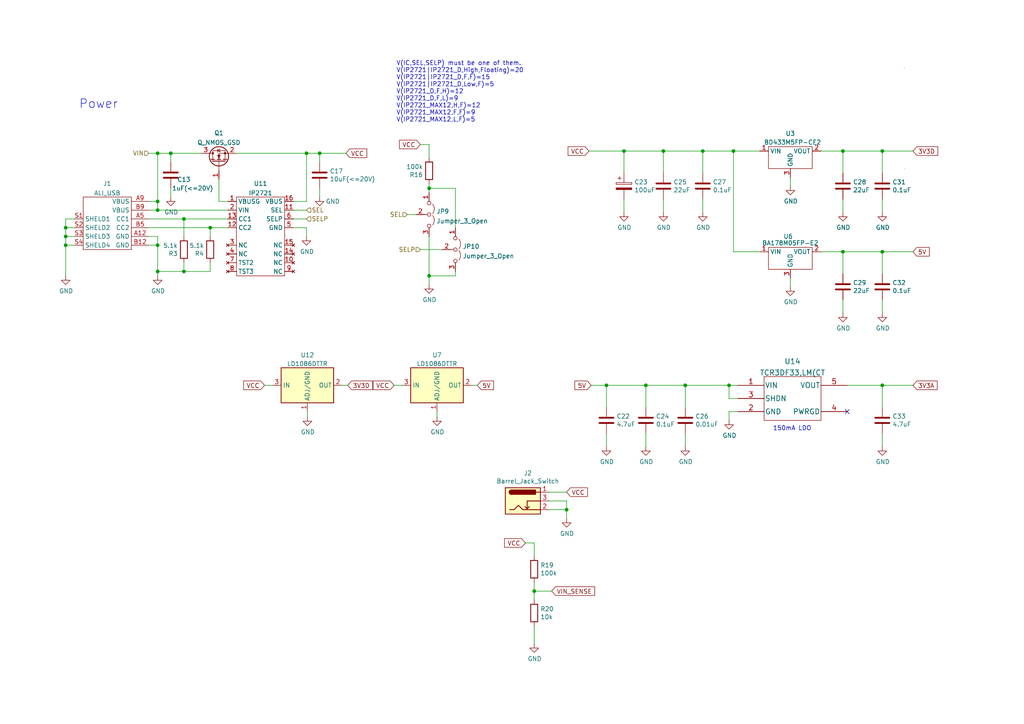
<source format=kicad_sch>
(kicad_sch (version 20211123) (generator eeschema)
  (paper "A4")
  (lib_symbols
    (symbol "Connector:Barrel_Jack_Switch" (pin_names hide)
      (property "Reference" "J" (at 0 5.334 0))
      (property "Value" "Barrel_Jack_Switch" (at 0 -5.08 0))
      (symbol "Barrel_Jack_Switch_0_1"
        (rectangle (start -5.08 3.81) (end 5.08 -3.81) (stroke (width 0.254)) (fill (type background)))
        (arc (start -3.302 3.175) (mid -3.937 2.54) (end -3.302 1.905) (stroke (width 0.254)))
        (arc (start -3.302 3.175) (mid -3.937 2.54) (end -3.302 1.905) (stroke (width 0.254)) (fill (type outline)))
        (polyline (pts (xy 1.27 -2.286) (xy 1.905 -1.651)) (stroke (width 0.254)))
        (polyline (pts (xy 5.08 2.54) (xy 3.81 2.54)) (stroke (width 0.254)))
        (polyline (pts (xy 5.08 0) (xy 1.27 0) (xy 1.27 -2.286) (xy 0.635 -1.651)) (stroke (width 0.254)))
        (polyline (pts (xy -3.81 -2.54) (xy -2.54 -2.54) (xy -1.27 -1.27) (xy 0 -2.54) (xy 2.54 -2.54) (xy 5.08 -2.54)) (stroke (width 0.254)))
        (rectangle (start 3.683 3.175) (end -3.302 1.905) (stroke (width 0.254)) (fill (type outline)))
      )
      (symbol "Barrel_Jack_Switch_1_1"
        (pin passive line (at 7.62 2.54 180) (length 2.54) (name "~") (number "1"))
        (pin passive line (at 7.62 -2.54 180) (length 2.54) (name "~") (number "2"))
        (pin passive line (at 7.62 0 180) (length 2.54) (name "~") (number "3"))
      )
    )
    (symbol "Device:C" (pin_numbers hide) (pin_names (offset 0.254))
      (property "Reference" "C" (at 0.635 2.54 0))
      (property "Value" "C" (at 0.635 -2.54 0))
      (symbol "C_0_1"
        (polyline (pts (xy -2.032 -0.762) (xy 2.032 -0.762)) (stroke (width 0.508)))
        (polyline (pts (xy -2.032 0.762) (xy 2.032 0.762)) (stroke (width 0.508)))
      )
      (symbol "C_1_1"
        (pin passive line (at 0 3.81 270) (length 2.794) (name "~") (number "1"))
        (pin passive line (at 0 -3.81 90) (length 2.794) (name "~") (number "2"))
      )
    )
    (symbol "Device:CP" (pin_numbers hide) (pin_names (offset 0.254))
      (property "Reference" "C" (at 0.635 2.54 0))
      (property "Value" "Device_CP" (at 0.635 -2.54 0))
      (symbol "CP_0_1"
        (rectangle (start -2.286 0.508) (end 2.286 1.016))
        (polyline (pts (xy -1.778 2.286) (xy -0.762 2.286)))
        (polyline (pts (xy -1.27 2.794) (xy -1.27 1.778)))
        (rectangle (start 2.286 -0.508) (end -2.286 -1.016) (fill (type outline)))
      )
      (symbol "CP_1_1"
        (pin passive line (at 0 3.81 270) (length 2.794) (name "~") (number "1"))
        (pin passive line (at 0 -3.81 90) (length 2.794) (name "~") (number "2"))
      )
    )
    (symbol "Device:Q_NMOS_GSD" (pin_names (offset 0) hide)
      (property "Reference" "Q" (at 5.08 1.27 0))
      (property "Value" "Q_NMOS_GSD" (at 5.08 -1.27 0))
      (symbol "Q_NMOS_GSD_0_1"
        (polyline (pts (xy 0.254 0) (xy -2.54 0)))
        (polyline (pts (xy 0.254 1.905) (xy 0.254 -1.905)) (stroke (width 0.254)))
        (polyline (pts (xy 0.762 -1.27) (xy 0.762 -2.286)) (stroke (width 0.254)))
        (polyline (pts (xy 0.762 0.508) (xy 0.762 -0.508)) (stroke (width 0.254)))
        (polyline (pts (xy 0.762 2.286) (xy 0.762 1.27)) (stroke (width 0.254)))
        (polyline (pts (xy 2.54 2.54) (xy 2.54 1.778)))
        (polyline (pts (xy 2.54 -2.54) (xy 2.54 0) (xy 0.762 0)))
        (polyline (pts (xy 0.762 -1.778) (xy 3.302 -1.778) (xy 3.302 1.778) (xy 0.762 1.778)))
        (polyline (pts (xy 1.016 0) (xy 2.032 0.381) (xy 2.032 -0.381) (xy 1.016 0)) (fill (type outline)))
        (polyline (pts (xy 2.794 0.508) (xy 2.921 0.381) (xy 3.683 0.381) (xy 3.81 0.254)))
        (polyline (pts (xy 3.302 0.381) (xy 2.921 -0.254) (xy 3.683 -0.254) (xy 3.302 0.381)))
        (circle (center 1.651 0) (radius 2.794) (stroke (width 0.254)))
        (circle (center 2.54 -1.778) (radius 0.254) (fill (type outline)))
        (circle (center 2.54 1.778) (radius 0.254) (fill (type outline)))
      )
      (symbol "Q_NMOS_GSD_1_1"
        (pin input line (at -5.08 0 0) (length 2.54) (name "G") (number "1"))
        (pin passive line (at 2.54 -5.08 90) (length 2.54) (name "S") (number "2"))
        (pin passive line (at 2.54 5.08 270) (length 2.54) (name "D") (number "3"))
      )
    )
    (symbol "Device:R" (pin_numbers hide) (pin_names (offset 0))
      (property "Reference" "R" (at 2.032 0 90))
      (property "Value" "R" (at 0 0 90))
      (symbol "R_0_1"
        (rectangle (start -1.016 -2.54) (end 1.016 2.54) (stroke (width 0.254)))
      )
      (symbol "R_1_1"
        (pin passive line (at 0 3.81 270) (length 1.27) (name "~") (number "1"))
        (pin passive line (at 0 -3.81 90) (length 1.27) (name "~") (number "2"))
      )
    )
    (symbol "Jumper:Jumper_3_Open" (pin_names (offset 0) hide)
      (property "Reference" "JP" (at -2.54 -2.54 0))
      (property "Value" "Jumper_3_Open" (at 0 2.794 0))
      (symbol "Jumper_3_Open_0_0"
        (circle (center -3.302 0) (radius 0.508))
        (circle (center 0 0) (radius 0.508))
        (circle (center 3.302 0) (radius 0.508))
      )
      (symbol "Jumper_3_Open_0_1"
        (arc (start -0.254 1.016) (mid -1.651 1.4992) (end -3.048 1.016))
        (polyline (pts (xy 0 -0.508) (xy 0 -1.27)))
        (arc (start 3.048 1.016) (mid 1.651 1.4992) (end 0.254 1.016))
      )
      (symbol "Jumper_3_Open_1_1"
        (pin passive line (at -6.35 0 0) (length 2.54) (name "A") (number "1"))
        (pin input line (at 0 -3.81 90) (length 2.54) (name "C") (number "2"))
        (pin passive line (at 6.35 0 180) (length 2.54) (name "B") (number "3"))
      )
    )
    (symbol "Ninja-qPCR:ALI_USB"
      (property "Reference" "J" (at -7.62 2.54 0))
      (property "Value" "ALI_USB" (at -6.35 -15.24 0))
      (symbol "ALI_USB_0_1"
        (rectangle (start 0 1.27) (end -13.97 -13.97) (stroke (width 0.1524)))
      )
      (symbol "ALI_USB_1_1"
        (pin input line (at 5.08 -10.16 180) (length 5.08) (name "GND") (number "A12"))
        (pin input line (at 5.08 -5.08 180) (length 5.08) (name "CC1") (number "A5"))
        (pin input line (at 5.08 0 180) (length 5.08) (name "VBUS") (number "A9"))
        (pin input line (at 5.08 -12.7 180) (length 5.08) (name "GND") (number "B12"))
        (pin input line (at 5.08 -7.62 180) (length 5.08) (name "CC2") (number "B5"))
        (pin input line (at 5.08 -2.54 180) (length 5.08) (name "VBUS") (number "B9"))
        (pin input line (at -16.51 -5.08 0) (length 2.54) (name "SHELD1") (number "S1"))
        (pin input line (at -16.51 -7.62 0) (length 2.54) (name "SHELD2") (number "S2"))
        (pin input line (at -16.51 -10.16 0) (length 2.54) (name "SHELD3") (number "S3"))
        (pin input line (at -16.51 -12.7 0) (length 2.54) (name "SHELD4") (number "S4"))
      )
    )
    (symbol "Ninja-qPCR:IP2721"
      (property "Reference" "U" (at 0 2.54 0))
      (property "Value" "IP2721" (at 0 -22.86 0))
      (symbol "IP2721_0_1"
        (rectangle (start -7.62 1.27) (end 6.35 -21.59) (stroke (width 0.1524)))
      )
      (symbol "IP2721_1_1"
        (pin output line (at -10.16 0 0) (length 2.54) (name "VBUSG") (number "1"))
        (pin no_connect line (at 8.89 -17.78 180) (length 2.54) (name "NC") (number "10"))
        (pin input line (at 8.89 -2.54 180) (length 2.54) (name "SEL") (number "11"))
        (pin input line (at -10.16 -7.62 0) (length 2.54) (name "CC2") (number "12"))
        (pin input line (at -10.16 -5.08 0) (length 2.54) (name "CC1") (number "13"))
        (pin no_connect line (at 8.89 -15.24 180) (length 2.54) (name "NC") (number "14"))
        (pin no_connect line (at 8.89 -12.7 180) (length 2.54) (name "NC") (number "15"))
        (pin input line (at 8.89 0 180) (length 2.54) (name "VBUS") (number "16"))
        (pin power_in line (at -10.16 -2.54 0) (length 2.54) (name "VIN") (number "2"))
        (pin no_connect line (at -10.16 -12.7 0) (length 2.54) (name "NC") (number "3"))
        (pin no_connect line (at -10.16 -15.24 0) (length 2.54) (name "NC") (number "4"))
        (pin power_out line (at 8.89 -7.62 180) (length 2.54) (name "GND") (number "5"))
        (pin input line (at 8.89 -5.08 180) (length 2.54) (name "SELP") (number "6"))
        (pin no_connect line (at -10.16 -17.78 0) (length 2.54) (name "TST2") (number "7"))
        (pin no_connect line (at -10.16 -20.32 0) (length 2.54) (name "TST3") (number "8"))
        (pin no_connect line (at 8.89 -20.32 180) (length 2.54) (name "NC") (number "9"))
      )
    )
    (symbol "Ninja-qPCR:MCP1755T-3302E_OT" (pin_names (offset 0.254))
      (property "Reference" "U" (at 16.51 8.89 0))
      (property "Value" "MCP1755T-3302E_OT" (at 16.51 6.35 0))
      (symbol "MCP1755T-3302E_OT_1_1"
        (rectangle (start 7.62 2.54) (end 24.13 -10.16))
        (pin power_in line (at 0 0 0) (length 7.62) (name "VIN") (number "1"))
        (pin power_in line (at 0 -7.62 0) (length 7.62) (name "GND") (number "2"))
        (pin input line (at 0 -3.81 0) (length 7.62) (name "SHDN") (number "3"))
        (pin output line (at 31.75 -7.62 180) (length 7.62) (name "PWRGD") (number "4"))
        (pin output line (at 31.75 0 180) (length 7.62) (name "VOUT") (number "5"))
      )
    )
    (symbol "Ninja-qPCR:REG_TO252-3"
      (property "Reference" "U" (at 0 1.27 0))
      (property "Value" "REG_TO252-3" (at 7.62 -7.62 0))
      (symbol "REG_TO252-3_0_1"
        (rectangle (start -6.35 0) (end 6.35 -6.35) (stroke (width 0.1524)))
        (rectangle (start 33.02 22.86) (end 33.02 22.86) (stroke (width 0.1524)))
      )
      (symbol "REG_TO252-3_1_1"
        (pin input line (at -8.89 -1.27 0) (length 2.54) (name "VIN") (number "1"))
        (pin input line (at 8.89 -1.27 180) (length 2.54) (name "VOUT") (number "2"))
        (pin input line (at 0 -8.89 90) (length 2.54) (name "GND") (number "3"))
      )
    )
    (symbol "Regulator_Linear:LD1086DTTR"
      (property "Reference" "U" (at 0 10.16 0))
      (property "Value" "LD1086DTTR" (at 0 7.62 0))
      (symbol "LD1086DTTR_1_1"
        (rectangle (start -7.62 -5.08) (end 7.62 5.08) (stroke (width 0.254)) (fill (type background)))
        (pin input line (at 0 -7.62 90) (length 2.54) (name "ADJ/GND") (number "1"))
        (pin power_out line (at 10.16 0 180) (length 2.54) (name "OUT") (number "2"))
        (pin power_in line (at -10.16 0 0) (length 2.54) (name "IN") (number "3"))
      )
    )
    (symbol "power:GND" (power) (pin_names (offset 0))
      (property "Value" "GND" (at 0 -3.81 0))
      (symbol "GND_0_1"
        (polyline (pts (xy 0 0) (xy 0 -1.27) (xy 1.27 -1.27) (xy 0 -2.54) (xy -1.27 -1.27) (xy 0 -1.27)))
      )
      (symbol "GND_1_1"
        (pin power_in line (at 0 0 270) (length 0) hide (name "GND") (number "1"))
      )
    )
  )
  (junction (at 53.34 63.5))
  (junction (at 19.05 66.04))
  (junction (at 45.72 58.42))
  (junction (at 255.905 43.815))
  (junction (at 192.405 43.815))
  (junction (at 92.71 44.45))
  (junction (at 244.475 43.815))
  (junction (at 45.72 60.96))
  (junction (at 180.975 43.815))
  (junction (at 255.905 73.025))
  (junction (at 49.53 44.45))
  (junction (at 175.895 111.76))
  (junction (at 198.755 111.76))
  (junction (at 124.46 54.61))
  (junction (at 88.9 44.45))
  (junction (at 164.338 147.828))
  (junction (at 45.72 78.74))
  (junction (at 203.835 43.815))
  (junction (at 187.325 111.76))
  (junction (at 255.905 111.76))
  (junction (at 60.96 66.04))
  (junction (at 124.46 80.01))
  (junction (at 19.05 71.12))
  (junction (at 244.475 73.025))
  (junction (at 211.455 111.76))
  (junction (at 154.94 171.45))
  (junction (at 19.05 68.58))
  (junction (at 212.725 43.815))
  (junction (at 45.72 71.12))
  (junction (at 45.72 44.45))
  (junction (at 53.34 78.74))
  (no_connect (at 245.745 119.38))
  (wire (pts (xy 66.04 58.42) (xy 63.5 58.42)))
  (wire (pts (xy 118.11 62.23) (xy 120.65 62.23)))
  (wire (pts (xy 175.895 111.76) (xy 175.895 118.11)))
  (wire (pts (xy 187.325 125.73) (xy 187.325 129.54)))
  (wire (pts (xy 132.08 54.61) (xy 132.08 66.04)))
  (wire (pts (xy 45.72 78.74) (xy 45.72 80.01)))
  (wire (pts (xy 49.53 54.61) (xy 49.53 57.15)))
  (wire (pts (xy 154.94 157.48) (xy 154.94 161.29)))
  (wire (pts (xy 45.72 68.58) (xy 45.72 71.12)))
  (wire (pts (xy 255.905 57.785) (xy 255.905 61.595)))
  (wire (pts (xy 152.4 157.48) (xy 154.94 157.48)))
  (wire (pts (xy 85.09 66.04) (xy 88.9 66.04)))
  (wire (pts (xy 88.9 66.04) (xy 88.9 68.58)))
  (wire (pts (xy 45.72 71.12) (xy 45.72 78.74)))
  (wire (pts (xy 212.725 43.815) (xy 220.345 43.815)))
  (wire (pts (xy 136.906 111.76) (xy 138.43 111.76)))
  (wire (pts (xy 245.745 111.76) (xy 255.905 111.76)))
  (wire (pts (xy 198.755 125.73) (xy 198.755 129.54)))
  (wire (pts (xy 187.325 111.76) (xy 198.755 111.76)))
  (wire (pts (xy 213.995 115.57) (xy 211.455 115.57)))
  (wire (pts (xy 68.58 44.45) (xy 88.9 44.45)))
  (wire (pts (xy 180.975 43.815) (xy 180.975 50.165)))
  (wire (pts (xy 19.05 66.04) (xy 19.05 68.58)))
  (wire (pts (xy 229.235 80.645) (xy 229.235 83.185)))
  (wire (pts (xy 124.46 68.58) (xy 124.46 80.01)))
  (wire (pts (xy 213.995 119.38) (xy 211.455 119.38)))
  (wire (pts (xy 238.125 43.815) (xy 244.475 43.815)))
  (wire (pts (xy 255.905 86.995) (xy 255.905 90.805)))
  (wire (pts (xy 45.72 60.96) (xy 66.04 60.96)))
  (wire (pts (xy 192.405 43.815) (xy 203.835 43.815)))
  (wire (pts (xy 124.46 54.61) (xy 124.46 55.88)))
  (wire (pts (xy 124.46 53.34) (xy 124.46 54.61)))
  (wire (pts (xy 85.09 60.96) (xy 88.9 60.96)))
  (wire (pts (xy 211.455 119.38) (xy 211.455 121.92)))
  (wire (pts (xy 43.18 71.12) (xy 45.72 71.12)))
  (wire (pts (xy 60.96 76.2) (xy 60.96 78.74)))
  (wire (pts (xy 114.3 111.76) (xy 116.586 111.76)))
  (wire (pts (xy 53.34 76.2) (xy 53.34 78.74)))
  (wire (pts (xy 203.835 43.815) (xy 212.725 43.815)))
  (wire (pts (xy 53.34 78.74) (xy 60.96 78.74)))
  (wire (pts (xy 255.905 125.73) (xy 255.905 129.54)))
  (wire (pts (xy 159.258 142.748) (xy 164.338 142.748)))
  (wire (pts (xy 19.05 68.58) (xy 21.59 68.58)))
  (wire (pts (xy 154.94 171.45) (xy 160.02 171.45)))
  (wire (pts (xy 244.475 57.785) (xy 244.475 61.595)))
  (wire (pts (xy 126.746 119.38) (xy 126.746 120.904)))
  (wire (pts (xy 154.94 171.45) (xy 154.94 173.99)))
  (wire (pts (xy 45.72 58.42) (xy 45.72 44.45)))
  (wire (pts (xy 85.09 63.5) (xy 88.9 63.5)))
  (wire (pts (xy 212.725 43.815) (xy 212.725 73.025)))
  (wire (pts (xy 43.18 58.42) (xy 45.72 58.42)))
  (wire (pts (xy 255.905 111.76) (xy 264.795 111.76)))
  (wire (pts (xy 164.338 145.288) (xy 164.338 147.828)))
  (wire (pts (xy 60.96 66.04) (xy 66.04 66.04)))
  (wire (pts (xy 175.895 125.73) (xy 175.895 129.54)))
  (wire (pts (xy 180.975 43.815) (xy 192.405 43.815)))
  (wire (pts (xy 132.08 78.74) (xy 132.08 80.01)))
  (wire (pts (xy 213.995 111.76) (xy 211.455 111.76)))
  (wire (pts (xy 255.905 73.025) (xy 264.795 73.025)))
  (wire (pts (xy 43.18 60.96) (xy 45.72 60.96)))
  (wire (pts (xy 255.905 73.025) (xy 244.475 73.025)))
  (wire (pts (xy 211.455 111.76) (xy 211.455 115.57)))
  (wire (pts (xy 49.53 44.45) (xy 49.53 46.99)))
  (wire (pts (xy 124.46 41.91) (xy 124.46 45.72)))
  (wire (pts (xy 45.72 78.74) (xy 53.34 78.74)))
  (wire (pts (xy 255.905 43.815) (xy 255.905 50.165)))
  (wire (pts (xy 53.34 63.5) (xy 53.34 68.58)))
  (wire (pts (xy 244.475 43.815) (xy 244.475 50.165)))
  (wire (pts (xy 255.905 111.76) (xy 255.905 118.11)))
  (wire (pts (xy 244.475 73.025) (xy 244.475 79.375)))
  (wire (pts (xy 19.05 63.5) (xy 19.05 66.04)))
  (wire (pts (xy 187.325 111.76) (xy 187.325 118.11)))
  (wire (pts (xy 76.708 111.76) (xy 78.994 111.76)))
  (wire (pts (xy 60.96 66.04) (xy 60.96 68.58)))
  (wire (pts (xy 255.905 73.025) (xy 255.905 79.375)))
  (wire (pts (xy 121.92 72.39) (xy 128.27 72.39)))
  (wire (pts (xy 255.905 43.815) (xy 244.475 43.815)))
  (wire (pts (xy 238.125 73.025) (xy 244.475 73.025)))
  (wire (pts (xy 88.9 44.45) (xy 92.71 44.45)))
  (wire (pts (xy 43.18 68.58) (xy 45.72 68.58)))
  (wire (pts (xy 92.71 54.61) (xy 92.71 57.15)))
  (wire (pts (xy 198.755 111.76) (xy 211.455 111.76)))
  (wire (pts (xy 198.755 111.76) (xy 198.755 118.11)))
  (wire (pts (xy 255.905 43.815) (xy 264.795 43.815)))
  (wire (pts (xy 88.9 44.45) (xy 88.9 58.42)))
  (wire (pts (xy 192.405 43.815) (xy 192.405 50.165)))
  (wire (pts (xy 89.154 119.38) (xy 89.154 120.904)))
  (wire (pts (xy 53.34 63.5) (xy 66.04 63.5)))
  (wire (pts (xy 171.45 111.76) (xy 175.895 111.76)))
  (wire (pts (xy 43.18 63.5) (xy 53.34 63.5)))
  (wire (pts (xy 175.895 111.76) (xy 187.325 111.76)))
  (wire (pts (xy 124.46 80.01) (xy 124.46 82.55)))
  (wire (pts (xy 121.92 41.91) (xy 124.46 41.91)))
  (wire (pts (xy 45.72 60.96) (xy 45.72 58.42)))
  (wire (pts (xy 203.835 57.785) (xy 203.835 61.595)))
  (wire (pts (xy 99.314 111.76) (xy 100.838 111.76)))
  (wire (pts (xy 229.235 51.435) (xy 229.235 53.975)))
  (wire (pts (xy 43.18 66.04) (xy 60.96 66.04)))
  (wire (pts (xy 49.53 44.45) (xy 58.42 44.45)))
  (wire (pts (xy 19.05 71.12) (xy 21.59 71.12)))
  (wire (pts (xy 43.18 44.45) (xy 45.72 44.45)))
  (wire (pts (xy 203.835 43.815) (xy 203.835 50.165)))
  (wire (pts (xy 159.258 147.828) (xy 164.338 147.828)))
  (wire (pts (xy 180.975 57.785) (xy 180.975 61.595)))
  (wire (pts (xy 124.46 54.61) (xy 132.08 54.61)))
  (wire (pts (xy 21.59 63.5) (xy 19.05 63.5)))
  (wire (pts (xy 19.05 68.58) (xy 19.05 71.12)))
  (wire (pts (xy 170.815 43.815) (xy 180.975 43.815)))
  (wire (pts (xy 19.05 71.12) (xy 19.05 80.01)))
  (wire (pts (xy 192.405 57.785) (xy 192.405 61.595)))
  (wire (pts (xy 19.05 66.04) (xy 21.59 66.04)))
  (wire (pts (xy 154.94 168.91) (xy 154.94 171.45)))
  (wire (pts (xy 92.71 44.45) (xy 100.33 44.45)))
  (wire (pts (xy 45.72 44.45) (xy 49.53 44.45)))
  (wire (pts (xy 212.725 73.025) (xy 220.345 73.025)))
  (wire (pts (xy 164.338 150.368) (xy 164.338 147.828)))
  (wire (pts (xy 159.258 145.288) (xy 164.338 145.288)))
  (wire (pts (xy 154.94 181.61) (xy 154.94 186.69)))
  (wire (pts (xy 63.5 58.42) (xy 63.5 52.07)))
  (wire (pts (xy 85.09 58.42) (xy 88.9 58.42)))
  (wire (pts (xy 132.08 80.01) (xy 124.46 80.01)))
  (wire (pts (xy 92.71 44.45) (xy 92.71 46.99)))
  (wire (pts (xy 244.475 86.995) (xy 244.475 90.805)))
  (text "V(IC,SEL,SELP) must be one of them.\nV(IP2721|IP2721_D,High,Floating)=20\nV(IP2721|IP2721_D,F,F)=15\nV(IP2721|IP2721_D,Low,F)=5\nV(IP2721_D,F,H)=12\nV(IP2721_D,F,L)=9\nV(IP2721_MAX12,H,F)=12\nV(IP2721_MAX12,F,F)=9\nV(IP2721_MAX12,L,F)=5" (at 114.935 35.56 0) (effects (font (size 1.27 1.27)) (justify left bottom)))
  (text "Power" (at 22.86 31.75 0) (effects (font (size 2.54 2.54)) (justify left bottom)))
  (text "150mA LDO" (at 224.155 125.095 0) (effects (font (size 1.27 1.27)) (justify left bottom)))
  (global_label "3V3D" (shape input) (at 264.795 43.815 0) (property "Intersheet References" "${INTERSHEET_REFS}" (effects hide)))
  (global_label "VCC" (shape input) (at 114.3 111.76 180) (property "Intersheet References" "${INTERSHEET_REFS}" (effects hide)))
  (global_label "5V" (shape input) (at 138.43 111.76 0) (property "Intersheet References" "${INTERSHEET_REFS}" (effects hide)))
  (global_label "VCC" (shape input) (at 100.33 44.45 0) (property "Intersheet References" "${INTERSHEET_REFS}" (effects hide)))
  (global_label "VCC" (shape input) (at 152.4 157.48 180) (property "Intersheet References" "${INTERSHEET_REFS}" (effects hide)))
  (global_label "5V" (shape input) (at 264.795 73.025 0) (property "Intersheet References" "${INTERSHEET_REFS}" (effects hide)))
  (global_label "VCC" (shape input) (at 164.338 142.748 0) (property "Intersheet References" "${INTERSHEET_REFS}" (effects hide)))
  (global_label "VCC" (shape input) (at 170.815 43.815 180) (property "Intersheet References" "${INTERSHEET_REFS}" (effects hide)))
  (global_label "VIN_SENSE" (shape input) (at 160.02 171.45 0) (property "Intersheet References" "${INTERSHEET_REFS}" (effects hide)))
  (global_label "5V" (shape input) (at 171.45 111.76 180) (property "Intersheet References" "${INTERSHEET_REFS}" (effects hide)))
  (global_label "3V3A" (shape input) (at 264.795 111.76 0) (property "Intersheet References" "${INTERSHEET_REFS}" (effects hide)))
  (global_label "VCC" (shape input) (at 76.708 111.76 180) (property "Intersheet References" "${INTERSHEET_REFS}" (effects hide)))
  (global_label "3V3D" (shape input) (at 100.838 111.76 0) (property "Intersheet References" "${INTERSHEET_REFS}" (effects hide)))
  (global_label "VCC" (shape input) (at 121.92 41.91 180) (property "Intersheet References" "${INTERSHEET_REFS}" (effects hide)))
  (hierarchical_label "VIN" (shape input) (at 43.18 44.45 180))
  (hierarchical_label "SELP" (shape input) (at 88.9 63.5 0))
  (hierarchical_label "SEL" (shape input) (at 88.9 60.96 0))
  (hierarchical_label "SEL" (shape input) (at 118.11 62.23 180))
  (hierarchical_label "SELP" (shape input) (at 121.92 72.39 180))
  (symbol (lib_id "power:GND") (at 175.895 129.54 0) (unit 1)
    (property "Reference" "#PWR0122" (effects hide))
    (property "Value" "GND" (at 176.022 133.9342 0))
  )
  (symbol (lib_id "power:GND") (at 124.46 82.55 0) (unit 1)
    (property "Reference" "#PWR0131" (effects hide))
    (property "Value" "GND" (at 124.587 86.9442 0))
  )
  (symbol (lib_id "Ninja-qPCR:REG_TO252-3") (at 229.235 71.755 0) (unit 1)
    (property "Reference" "U6" (at 228.6 68.58 0))
    (property "Value" "BA178M05FP-E2" (at 229.235 70.485 0))
    (property "Footprint" "Ninja-qPCR:REG_TO252-3" (effects hide))
  )
  (symbol (lib_id "power:GND") (at 192.405 61.595 0) (unit 1)
    (property "Reference" "#PWR0136" (effects hide))
    (property "Value" "GND" (at 192.532 65.9892 0))
  )
  (symbol (lib_id "Device:C") (at 187.325 121.92 0) (unit 1)
    (property "Reference" "C24" (at 190.246 120.7516 0) (effects (justify left)))
    (property "Value" "0.1uF" (at 190.246 123.063 0) (effects (justify left)))
    (property "Footprint" "Capacitor_SMD:C_0603_1608Metric" (effects hide))
  )
  (symbol (lib_id "power:GND") (at 255.905 129.54 0) (unit 1)
    (property "Reference" "#PWR0128" (effects hide))
    (property "Value" "GND" (at 256.032 133.9342 0))
  )
  (symbol (lib_id "power:GND") (at 244.475 61.595 0) (unit 1)
    (property "Reference" "#PWR0123" (effects hide))
    (property "Value" "GND" (at 244.602 65.9892 0))
  )
  (symbol (lib_id "Ninja-qPCR:ALI_USB") (at 38.1 58.42 0) (unit 1)
    (property "Reference" "J1" (at 31.115 53.2343 0))
    (property "Value" "ALI_USB" (at 31.115 56.0094 0))
    (property "Footprint" "Ninja-qPCR:ALI_USB" (effects hide))
  )
  (symbol (lib_id "Device:C") (at 244.475 53.975 0) (unit 1)
    (property "Reference" "C28" (at 247.396 52.8066 0) (effects (justify left)))
    (property "Value" "22uF" (at 247.396 55.118 0) (effects (justify left)))
    (property "Footprint" "Capacitor_SMD:C_1210_3225Metric" (effects hide))
  )
  (symbol (lib_id "power:GND") (at 198.755 129.54 0) (unit 1)
    (property "Reference" "#PWR0118" (effects hide))
    (property "Value" "GND" (at 198.882 133.9342 0))
  )
  (symbol (lib_id "Device:C") (at 244.475 83.185 0) (unit 1)
    (property "Reference" "C29" (at 247.396 82.0166 0) (effects (justify left)))
    (property "Value" "22uF" (at 247.396 84.328 0) (effects (justify left)))
    (property "Footprint" "Capacitor_SMD:C_1210_3225Metric" (effects hide))
  )
  (symbol (lib_id "power:GND") (at 126.746 120.904 0) (unit 1)
    (property "Reference" "#PWR0102" (effects hide))
    (property "Value" "GND" (at 126.873 125.2982 0))
  )
  (symbol (lib_id "Jumper:Jumper_3_Open") (at 132.08 72.39 270) (unit 1)
    (property "Reference" "JP10" (at 134.2142 71.4815 90) (effects (justify left)))
    (property "Value" "Jumper_3_Open" (at 134.2142 74.2566 90) (effects (justify left)))
    (property "Footprint" "Jumper:SolderJumper-3_P2.0mm_Open_TrianglePad1.0x1.5mm" (effects hide))
  )
  (symbol (lib_id "Device:C") (at 49.53 50.8 0) (unit 1)
    (property "Reference" "C13" (at 53.34 52.07 0))
    (property "Value" "1uF(<=20V)" (at 55.88 54.61 0))
    (property "Footprint" "Capacitor_SMD:C_0603_1608Metric" (effects hide))
  )
  (symbol (lib_id "Device:C") (at 255.905 121.92 0) (unit 1)
    (property "Reference" "C33" (at 258.826 120.7516 0) (effects (justify left)))
    (property "Value" "4.7uF" (at 258.826 123.063 0) (effects (justify left)))
    (property "Footprint" "Capacitor_SMD:C_0805_2012Metric" (effects hide))
  )
  (symbol (lib_id "power:GND") (at 88.9 68.58 0) (unit 1)
    (property "Reference" "#PWR0115" (effects hide))
    (property "Value" "GND" (at 89.027 72.9742 0))
  )
  (symbol (lib_id "Ninja-qPCR:MCP1755T-3302E_OT") (at 213.995 111.76 0) (unit 1)
    (property "Reference" "U14" (at 229.87 104.8161 0) (effects (font (size 1.524 1.524))))
    (property "Value" "TCR3DF33,LM(CT" (at 229.87 108.0951 0) (effects (font (size 1.524 1.524))))
    (property "Footprint" "Package_TO_SOT_SMD:SOT-23-5" (effects hide))
  )
  (symbol (lib_id "power:GND") (at 255.905 61.595 0) (unit 1)
    (property "Reference" "#PWR0124" (effects hide))
    (property "Value" "GND" (at 256.032 65.9892 0))
  )
  (symbol (lib_id "Device:C") (at 192.405 53.975 0) (unit 1)
    (property "Reference" "C25" (at 195.326 52.8066 0) (effects (justify left)))
    (property "Value" "22uF" (at 195.326 55.118 0) (effects (justify left)))
    (property "Footprint" "Capacitor_SMD:C_1210_3225Metric" (effects hide))
  )
  (symbol (lib_id "power:GND") (at 203.835 61.595 0) (unit 1)
    (property "Reference" "#PWR0134" (effects hide))
    (property "Value" "GND" (at 203.962 65.9892 0))
  )
  (symbol (lib_id "Ninja-qPCR:REG_TO252-3") (at 229.235 42.545 0) (unit 1)
    (property "Reference" "U3" (at 229.235 38.735 0))
    (property "Value" "BD433M5FP-CE2" (at 229.87 41.275 0))
    (property "Footprint" "Ninja-qPCR:REG_TO252-3" (effects hide))
  )
  (symbol (lib_id "power:GND") (at 244.475 90.805 0) (unit 1)
    (property "Reference" "#PWR0125" (effects hide))
    (property "Value" "GND" (at 244.602 95.1992 0))
  )
  (symbol (lib_id "power:GND") (at 211.455 121.92 0) (unit 1)
    (property "Reference" "#PWR0121" (effects hide))
    (property "Value" "GND" (at 211.582 126.3142 0))
  )
  (symbol (lib_id "power:GND") (at 180.975 61.595 0) (unit 1)
    (property "Reference" "#PWR0135" (effects hide))
    (property "Value" "GND" (at 181.102 65.9892 0))
  )
  (symbol (lib_id "power:GND") (at 229.235 83.185 0) (unit 1)
    (property "Reference" "#PWR0132" (effects hide))
    (property "Value" "GND" (at 229.362 87.5792 0))
  )
  (symbol (lib_id "power:GND") (at 45.72 80.01 0) (unit 1)
    (property "Reference" "#PWR0110" (effects hide))
    (property "Value" "GND" (at 45.847 84.4042 0))
  )
  (symbol (lib_id "power:GND") (at 229.235 53.975 0) (unit 1)
    (property "Reference" "#PWR0133" (effects hide))
    (property "Value" "GND" (at 229.362 58.3692 0))
  )
  (symbol (lib_id "power:GND") (at 164.338 150.368 0) (unit 1)
    (property "Reference" "#PWR0138" (effects hide))
    (property "Value" "GND" (at 164.465 154.7622 0))
  )
  (symbol (lib_id "Device:R") (at 154.94 177.8 0) (unit 1)
    (property "Reference" "R20" (at 156.718 176.6316 0) (effects (justify left)))
    (property "Value" "10k" (at 156.718 178.943 0) (effects (justify left)))
    (property "Footprint" "Resistor_SMD:R_0603_1608Metric" (effects hide))
  )
  (symbol (lib_id "Connector:Barrel_Jack_Switch") (at 151.638 145.288 0) (unit 1)
    (property "Reference" "J2" (at 153.0858 137.2362 0))
    (property "Value" "Barrel_Jack_Switch" (at 153.0858 139.5476 0))
    (property "Footprint" "Connector_BarrelJack:BarrelJack_Horizontal" (effects hide))
  )
  (symbol (lib_id "power:GND") (at 255.905 90.805 0) (unit 1)
    (property "Reference" "#PWR0126" (effects hide))
    (property "Value" "GND" (at 256.032 95.1992 0))
  )
  (symbol (lib_id "power:GND") (at 154.94 186.69 0) (unit 1)
    (property "Reference" "#PWR0137" (effects hide))
    (property "Value" "GND" (at 155.067 191.0842 0))
  )
  (symbol (lib_id "Ninja-qPCR:IP2721") (at 76.2 58.42 0) (unit 1)
    (property "Reference" "U11" (at 75.565 53.2343 0))
    (property "Value" "IP2721" (at 75.565 56.0094 0))
    (property "Footprint" "Package_SO:TSSOP-16_4.4x5mm_P0.65mm" (effects hide))
  )
  (symbol (lib_id "Device:C") (at 203.835 53.975 0) (unit 1)
    (property "Reference" "C27" (at 206.756 52.8066 0) (effects (justify left)))
    (property "Value" "0.1uF" (at 206.756 55.118 0) (effects (justify left)))
    (property "Footprint" "Capacitor_SMD:C_0603_1608Metric" (effects hide))
  )
  (symbol (lib_id "Device:R") (at 124.46 49.53 180) (unit 1)
    (property "Reference" "R16" (at 122.682 50.6984 0) (effects (justify left)))
    (property "Value" "100k" (at 122.682 48.387 0) (effects (justify left)))
    (property "Footprint" "Resistor_SMD:R_0603_1608Metric" (effects hide))
  )
  (symbol (lib_id "power:GND") (at 92.71 57.15 0) (unit 1)
    (property "Reference" "#PWR0116" (effects hide))
    (property "Value" "GND" (at 96.52 58.42 0))
  )
  (symbol (lib_id "Device:Q_NMOS_GSD") (at 63.5 46.99 90) (unit 1)
    (property "Reference" "Q1" (at 63.5 38.5785 90))
    (property "Value" "Q_NMOS_GSD" (at 63.5 41.3536 90))
    (property "Footprint" "Ninja-qPCR:SOT95P240X112-3N" (effects hide))
  )
  (symbol (lib_id "Device:C") (at 255.905 83.185 0) (unit 1)
    (property "Reference" "C32" (at 258.826 82.0166 0) (effects (justify left)))
    (property "Value" "0.1uF" (at 258.826 84.328 0) (effects (justify left)))
    (property "Footprint" "Capacitor_SMD:C_0603_1608Metric" (effects hide))
  )
  (symbol (lib_id "power:GND") (at 89.154 120.904 0) (unit 1)
    (property "Reference" "#PWR0106" (effects hide))
    (property "Value" "GND" (at 89.281 125.2982 0))
  )
  (symbol (lib_id "power:GND") (at 49.53 57.15 0) (unit 1)
    (property "Reference" "#PWR0109" (effects hide))
    (property "Value" "GND" (at 49.657 61.5442 0))
  )
  (symbol (lib_id "Device:CP") (at 180.975 53.975 0) (unit 1)
    (property "Reference" "C23" (at 183.9722 52.8066 0) (effects (justify left)))
    (property "Value" "100uF" (at 183.9722 55.118 0) (effects (justify left)))
    (property "Footprint" "Ninja-qPCR:35TZV100M6.3X8" (effects hide))
  )
  (symbol (lib_id "Device:C") (at 92.71 50.8 0) (unit 1)
    (property "Reference" "C17" (at 95.631 49.6316 0) (effects (justify left)))
    (property "Value" "10uF(<=20V)" (at 95.631 51.943 0) (effects (justify left)))
    (property "Footprint" "Capacitor_SMD:C_0805_2012Metric" (effects hide))
  )
  (symbol (lib_id "Regulator_Linear:LD1086DTTR") (at 126.746 111.76 0) (unit 1)
    (property "Reference" "U7" (at 126.746 102.9802 0))
    (property "Value" "LD1086DTTR" (at 126.746 105.5171 0))
    (property "Footprint" "Package_TO_SOT_SMD:SOT-223" (effects hide))
    (property "Datasheet" "https://www.st.com/resource/en/datasheet/ld1086.pdf" (effects hide))
  )
  (symbol (lib_id "Device:C") (at 175.895 121.92 0) (unit 1)
    (property "Reference" "C22" (at 178.816 120.7516 0) (effects (justify left)))
    (property "Value" "4.7uF" (at 178.816 123.063 0) (effects (justify left)))
    (property "Footprint" "Capacitor_SMD:C_0805_2012Metric" (effects hide))
  )
  (symbol (lib_id "Device:C") (at 198.755 121.92 0) (unit 1)
    (property "Reference" "C26" (at 201.676 120.7516 0) (effects (justify left)))
    (property "Value" "0.01uF" (at 201.676 123.063 0) (effects (justify left)))
    (property "Footprint" "Capacitor_SMD:C_0603_1608Metric" (effects hide))
  )
  (symbol (lib_id "power:GND") (at 187.325 129.54 0) (unit 1)
    (property "Reference" "#PWR0119" (effects hide))
    (property "Value" "GND" (at 187.452 133.9342 0))
  )
  (symbol (lib_id "power:GND") (at 19.05 80.01 0) (unit 1)
    (property "Reference" "#PWR0105" (effects hide))
    (property "Value" "GND" (at 19.177 84.4042 0))
  )
  (symbol (lib_id "Jumper:Jumper_3_Open") (at 124.46 62.23 270) (unit 1)
    (property "Reference" "JP9" (at 126.5942 61.3215 90) (effects (justify left)))
    (property "Value" "Jumper_3_Open" (at 126.5942 64.0966 90) (effects (justify left)))
    (property "Footprint" "Jumper:SolderJumper-3_P2.0mm_Open_TrianglePad1.0x1.5mm" (effects hide))
  )
  (symbol (lib_id "Device:R") (at 53.34 72.39 180) (unit 1)
    (property "Reference" "R3" (at 51.562 73.5584 0) (effects (justify left)))
    (property "Value" "5.1k" (at 51.562 71.247 0) (effects (justify left)))
    (property "Footprint" "Resistor_SMD:R_0603_1608Metric" (effects hide))
  )
  (symbol (lib_id "Device:R") (at 60.96 72.39 180) (unit 1)
    (property "Reference" "R4" (at 59.182 73.5584 0) (effects (justify left)))
    (property "Value" "5.1k" (at 59.182 71.247 0) (effects (justify left)))
    (property "Footprint" "Resistor_SMD:R_0603_1608Metric" (effects hide))
  )
  (symbol (lib_id "Device:C") (at 255.905 53.975 0) (unit 1)
    (property "Reference" "C31" (at 258.826 52.8066 0) (effects (justify left)))
    (property "Value" "0.1uF" (at 258.826 55.118 0) (effects (justify left)))
    (property "Footprint" "Capacitor_SMD:C_0603_1608Metric" (effects hide))
  )
  (symbol (lib_id "Device:R") (at 154.94 165.1 0) (unit 1)
    (property "Reference" "R19" (at 156.718 163.9316 0) (effects (justify left)))
    (property "Value" "100k" (at 156.718 166.243 0) (effects (justify left)))
    (property "Footprint" "Resistor_SMD:R_0603_1608Metric" (effects hide))
  )
  (symbol (lib_id "Regulator_Linear:LD1086DTTR") (at 89.154 111.76 0) (unit 1)
    (property "Reference" "U12" (at 89.154 102.9802 0))
    (property "Value" "LD1086DTTR" (at 89.154 105.5171 0))
    (property "Footprint" "Package_TO_SOT_SMD:SOT-223" (effects hide))
    (property "Datasheet" "https://www.st.com/resource/en/datasheet/ld1086.pdf" (effects hide))
  )
)
</source>
